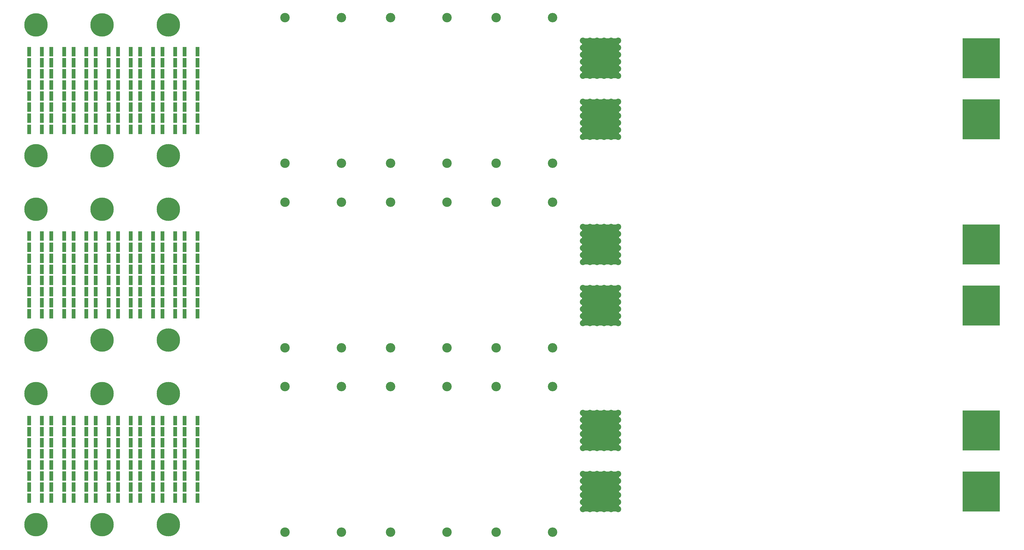
<source format=gbr>
G04 #@! TF.FileFunction,Soldermask,Top*
%FSLAX46Y46*%
G04 Gerber Fmt 4.6, Leading zero omitted, Abs format (unit mm)*
G04 Created by KiCad (PCBNEW 4.0.1-stable) date 11/01/2018 20:27:04*
%MOMM*%
G01*
G04 APERTURE LIST*
%ADD10C,0.100000*%
%ADD11C,8.400000*%
%ADD12C,3.400000*%
%ADD13R,13.400000X14.400000*%
%ADD14R,1.400000X3.400000*%
%ADD15C,2.200000*%
G04 APERTURE END LIST*
D10*
D11*
X100000000Y-126300000D03*
X76200000Y-126300000D03*
X123800000Y-126300000D03*
X76200000Y-173500000D03*
X100000000Y-173500000D03*
X123800000Y-173500000D03*
D12*
X165850000Y-57250000D03*
X165850000Y-109750000D03*
X186150000Y-109750000D03*
X186150000Y-57250000D03*
D13*
X279500000Y-139000000D03*
X279500000Y-161000000D03*
X416500000Y-139000000D03*
X416500000Y-161000000D03*
X279500000Y-71900000D03*
X279500000Y-93900000D03*
X416500000Y-71900000D03*
X416500000Y-93900000D03*
D11*
X100000000Y-192800000D03*
X76200000Y-192800000D03*
X123800000Y-192800000D03*
X76200000Y-240000000D03*
X100000000Y-240000000D03*
X123800000Y-240000000D03*
X100000000Y-192800000D03*
X76200000Y-192800000D03*
X123800000Y-192800000D03*
X76200000Y-240000000D03*
X100000000Y-240000000D03*
X123800000Y-240000000D03*
X100000000Y-59850000D03*
X76200000Y-59850000D03*
X123800000Y-59850000D03*
X76200000Y-107050000D03*
X100000000Y-107050000D03*
X123800000Y-107050000D03*
D14*
X73700000Y-89500000D03*
X78300000Y-89500000D03*
X118300000Y-89500000D03*
X113700000Y-89500000D03*
X73700000Y-69500000D03*
X78300000Y-69500000D03*
X86300000Y-69500000D03*
X81700000Y-69500000D03*
X89700000Y-69500000D03*
X94300000Y-69500000D03*
X102300000Y-69500000D03*
X97700000Y-69500000D03*
X105700000Y-69500000D03*
X110300000Y-69500000D03*
X118300000Y-69500000D03*
X113700000Y-69500000D03*
X121700000Y-69500000D03*
X126300000Y-69500000D03*
X134300000Y-69500000D03*
X129700000Y-69500000D03*
X86300000Y-73500000D03*
X81700000Y-73500000D03*
X89700000Y-73500000D03*
X94300000Y-73500000D03*
X102300000Y-73500000D03*
X97700000Y-73500000D03*
X105700000Y-73500000D03*
X110300000Y-73500000D03*
X118300000Y-73500000D03*
X113700000Y-73500000D03*
X121700000Y-73500000D03*
X126300000Y-73500000D03*
X134300000Y-73500000D03*
X129700000Y-73500000D03*
X73700000Y-77500000D03*
X78300000Y-77500000D03*
X86300000Y-77500000D03*
X81700000Y-77500000D03*
X89700000Y-77500000D03*
X94300000Y-77500000D03*
X102300000Y-77500000D03*
X97700000Y-77500000D03*
X105700000Y-77500000D03*
X110300000Y-77500000D03*
X118300000Y-77500000D03*
X113700000Y-77500000D03*
X121700000Y-77500000D03*
X126300000Y-77500000D03*
X134300000Y-77500000D03*
X129700000Y-77500000D03*
X73700000Y-81500000D03*
X78300000Y-81500000D03*
X86300000Y-81500000D03*
X81700000Y-81500000D03*
X89700000Y-81500000D03*
X94300000Y-81500000D03*
X102300000Y-81500000D03*
X97700000Y-81500000D03*
X105700000Y-81500000D03*
X110300000Y-81500000D03*
X118300000Y-81500000D03*
X113700000Y-81500000D03*
X121700000Y-81500000D03*
X126300000Y-81500000D03*
X134300000Y-81500000D03*
X129700000Y-81500000D03*
X73700000Y-85500000D03*
X78300000Y-85500000D03*
X86300000Y-85500000D03*
X81700000Y-85500000D03*
X89700000Y-85500000D03*
X94300000Y-85500000D03*
X102300000Y-85500000D03*
X97700000Y-85500000D03*
X105700000Y-85500000D03*
X110300000Y-85500000D03*
X118300000Y-85500000D03*
X113700000Y-85500000D03*
X121700000Y-85500000D03*
X126300000Y-85500000D03*
X86300000Y-89500000D03*
X81700000Y-89500000D03*
X105700000Y-89500000D03*
X110300000Y-89500000D03*
X134300000Y-89500000D03*
X129700000Y-89500000D03*
X73700000Y-93500000D03*
X78300000Y-93500000D03*
X86300000Y-93500000D03*
X81700000Y-93500000D03*
X89700000Y-93500000D03*
X94300000Y-93500000D03*
X102300000Y-93500000D03*
X97700000Y-93500000D03*
X105700000Y-93500000D03*
X110300000Y-93500000D03*
X118300000Y-93500000D03*
X113700000Y-93500000D03*
X121700000Y-93500000D03*
X126300000Y-93500000D03*
X134300000Y-93500000D03*
X129700000Y-93500000D03*
X73700000Y-97500000D03*
X78300000Y-97500000D03*
X86300000Y-97500000D03*
X81700000Y-97500000D03*
X89700000Y-97500000D03*
X94300000Y-97500000D03*
X102300000Y-97500000D03*
X97700000Y-97500000D03*
X105700000Y-97500000D03*
X110300000Y-97500000D03*
X118300000Y-97500000D03*
X113700000Y-97500000D03*
X121700000Y-97500000D03*
X126300000Y-97500000D03*
X134300000Y-97500000D03*
X129700000Y-97500000D03*
X73700000Y-136000000D03*
X78300000Y-136000000D03*
X86300000Y-136000000D03*
X81700000Y-136000000D03*
X89700000Y-136000000D03*
X94300000Y-136000000D03*
X102300000Y-136000000D03*
X97700000Y-136000000D03*
X73700000Y-73500000D03*
X78300000Y-73500000D03*
X134300000Y-85500000D03*
X129700000Y-85500000D03*
X89700000Y-89500000D03*
X94300000Y-89500000D03*
X102300000Y-89500000D03*
X97700000Y-89500000D03*
X121700000Y-89500000D03*
X126300000Y-89500000D03*
X105700000Y-136000000D03*
X110300000Y-136000000D03*
X118300000Y-136000000D03*
X113700000Y-136000000D03*
X121700000Y-136000000D03*
X126300000Y-136000000D03*
X134300000Y-136000000D03*
X129700000Y-136000000D03*
D13*
X279500000Y-206100000D03*
X279500000Y-228100000D03*
X416500000Y-206100000D03*
X416500000Y-228100000D03*
D14*
X73700000Y-140000000D03*
X78300000Y-140000000D03*
X86300000Y-140000000D03*
X81700000Y-140000000D03*
X89700000Y-140000000D03*
X94300000Y-140000000D03*
X102300000Y-140000000D03*
X97700000Y-140000000D03*
X105700000Y-140000000D03*
X110300000Y-140000000D03*
X118300000Y-140000000D03*
X113700000Y-140000000D03*
X121700000Y-140000000D03*
X126300000Y-140000000D03*
X134300000Y-140000000D03*
X129700000Y-140000000D03*
X73700000Y-144000000D03*
X78300000Y-144000000D03*
X86300000Y-144000000D03*
X81700000Y-144000000D03*
X89700000Y-144000000D03*
X94300000Y-144000000D03*
X102300000Y-144000000D03*
X97700000Y-144000000D03*
X105700000Y-144000000D03*
X110300000Y-144000000D03*
X118300000Y-144000000D03*
X113700000Y-144000000D03*
X121700000Y-144000000D03*
X126300000Y-144000000D03*
X134300000Y-144000000D03*
X129700000Y-144000000D03*
X73700000Y-148000000D03*
X78300000Y-148000000D03*
X86300000Y-148000000D03*
X81700000Y-148000000D03*
X89700000Y-148000000D03*
X94300000Y-148000000D03*
X102300000Y-148000000D03*
X97700000Y-148000000D03*
X105700000Y-148000000D03*
X110300000Y-148000000D03*
X118300000Y-148000000D03*
X113700000Y-148000000D03*
X121700000Y-148000000D03*
X126300000Y-148000000D03*
X134300000Y-148000000D03*
X129700000Y-148000000D03*
X73700000Y-152000000D03*
X78300000Y-152000000D03*
X86300000Y-152000000D03*
X81700000Y-152000000D03*
X89700000Y-152000000D03*
X94300000Y-152000000D03*
X102300000Y-152000000D03*
X97700000Y-152000000D03*
X105700000Y-152000000D03*
X110300000Y-152000000D03*
X118300000Y-152000000D03*
X113700000Y-152000000D03*
X121700000Y-152000000D03*
X126300000Y-152000000D03*
X134300000Y-152000000D03*
X129700000Y-152000000D03*
X73700000Y-156000000D03*
X78300000Y-156000000D03*
X86300000Y-156000000D03*
X81700000Y-156000000D03*
X89700000Y-156000000D03*
X94300000Y-156000000D03*
X102300000Y-156000000D03*
X97700000Y-156000000D03*
X105700000Y-156000000D03*
X110300000Y-156000000D03*
X118300000Y-156000000D03*
X113700000Y-156000000D03*
X121700000Y-156000000D03*
X126300000Y-156000000D03*
X134300000Y-156000000D03*
X129700000Y-156000000D03*
X73700000Y-160000000D03*
X78300000Y-160000000D03*
X86300000Y-160000000D03*
X81700000Y-160000000D03*
X89700000Y-160000000D03*
X94300000Y-160000000D03*
X102300000Y-160000000D03*
X97700000Y-160000000D03*
X105700000Y-160000000D03*
X110300000Y-160000000D03*
X118300000Y-160000000D03*
X113700000Y-160000000D03*
X121700000Y-160000000D03*
X126300000Y-160000000D03*
X134300000Y-160000000D03*
X129700000Y-160000000D03*
X73700000Y-164000000D03*
X78300000Y-164000000D03*
X86300000Y-164000000D03*
X81700000Y-164000000D03*
X89700000Y-164000000D03*
X94300000Y-164000000D03*
X102300000Y-164000000D03*
X97700000Y-164000000D03*
X105700000Y-164000000D03*
X110300000Y-164000000D03*
X118300000Y-164000000D03*
X113700000Y-164000000D03*
X121700000Y-164000000D03*
X126300000Y-164000000D03*
X134300000Y-164000000D03*
X129700000Y-164000000D03*
X73700000Y-202500000D03*
X78300000Y-202500000D03*
X86300000Y-202500000D03*
X81700000Y-202500000D03*
X89700000Y-202500000D03*
X94300000Y-202500000D03*
X102300000Y-202500000D03*
X97700000Y-202500000D03*
X105700000Y-202500000D03*
X110300000Y-202500000D03*
X118300000Y-202500000D03*
X113700000Y-202500000D03*
X121700000Y-202500000D03*
X126300000Y-202500000D03*
X134300000Y-202500000D03*
X129700000Y-202500000D03*
X73700000Y-206500000D03*
X78300000Y-206500000D03*
X86300000Y-206500000D03*
X81700000Y-206500000D03*
X89700000Y-206500000D03*
X94300000Y-206500000D03*
X102300000Y-206500000D03*
X97700000Y-206500000D03*
X105700000Y-206500000D03*
X110300000Y-206500000D03*
X118300000Y-206500000D03*
X113700000Y-206500000D03*
X121700000Y-206500000D03*
X126300000Y-206500000D03*
X134300000Y-206500000D03*
X129700000Y-206500000D03*
X73700000Y-210500000D03*
X78300000Y-210500000D03*
X86300000Y-210500000D03*
X81700000Y-210500000D03*
X89700000Y-210500000D03*
X94300000Y-210500000D03*
X102300000Y-210500000D03*
X97700000Y-210500000D03*
X105700000Y-210500000D03*
X110300000Y-210500000D03*
X118300000Y-210500000D03*
X113700000Y-210500000D03*
X121700000Y-210500000D03*
X126300000Y-210500000D03*
X134300000Y-210500000D03*
X129700000Y-210500000D03*
X73700000Y-214500000D03*
X78300000Y-214500000D03*
X86300000Y-214500000D03*
X81700000Y-214500000D03*
X89700000Y-214500000D03*
X94300000Y-214500000D03*
X102300000Y-214500000D03*
X97700000Y-214500000D03*
X105700000Y-214500000D03*
X110300000Y-214500000D03*
X118300000Y-214500000D03*
X113700000Y-214500000D03*
X121700000Y-214500000D03*
X126300000Y-214500000D03*
X134300000Y-214500000D03*
X129700000Y-214500000D03*
X73700000Y-218500000D03*
X78300000Y-218500000D03*
X86300000Y-218500000D03*
X81700000Y-218500000D03*
X89700000Y-218500000D03*
X94300000Y-218500000D03*
X102300000Y-218500000D03*
X97700000Y-218500000D03*
X105700000Y-218500000D03*
X110300000Y-218500000D03*
X118300000Y-218500000D03*
X113700000Y-218500000D03*
X121700000Y-218500000D03*
X126300000Y-218500000D03*
X134300000Y-218500000D03*
X129700000Y-218500000D03*
X73700000Y-222500000D03*
X78300000Y-222500000D03*
X86300000Y-222500000D03*
X81700000Y-222500000D03*
X89700000Y-222500000D03*
X94300000Y-222500000D03*
X102300000Y-222500000D03*
X97700000Y-222500000D03*
X105700000Y-222500000D03*
X110300000Y-222500000D03*
X118300000Y-222500000D03*
X113700000Y-222500000D03*
X121700000Y-222500000D03*
X126300000Y-222500000D03*
X134300000Y-222500000D03*
X129700000Y-222500000D03*
X73700000Y-226500000D03*
X78300000Y-226500000D03*
X86300000Y-226500000D03*
X81700000Y-226500000D03*
X89700000Y-226500000D03*
X94300000Y-226500000D03*
X102300000Y-226500000D03*
X97700000Y-226500000D03*
X105700000Y-226500000D03*
X110300000Y-226500000D03*
X118300000Y-226500000D03*
X113700000Y-226500000D03*
X121700000Y-226500000D03*
X126300000Y-226500000D03*
X134300000Y-226500000D03*
X129700000Y-226500000D03*
X73700000Y-230500000D03*
X78300000Y-230500000D03*
X86300000Y-230500000D03*
X81700000Y-230500000D03*
X89700000Y-230500000D03*
X94300000Y-230500000D03*
X102300000Y-230500000D03*
X97700000Y-230500000D03*
X105700000Y-230500000D03*
X110300000Y-230500000D03*
X118300000Y-230500000D03*
X113700000Y-230500000D03*
X121700000Y-230500000D03*
X126300000Y-230500000D03*
X134300000Y-230500000D03*
X129700000Y-230500000D03*
D15*
X273150000Y-199750000D03*
X278230000Y-199750000D03*
X280770000Y-199750000D03*
X283310000Y-199750000D03*
X285850000Y-199750000D03*
X283310000Y-202290000D03*
X275690000Y-199750000D03*
X285850000Y-202290000D03*
X273150000Y-204830000D03*
X273150000Y-207370000D03*
X273150000Y-212450000D03*
X273150000Y-202290000D03*
X275690000Y-202290000D03*
X275690000Y-212450000D03*
X278230000Y-212450000D03*
X280770000Y-212450000D03*
X283310000Y-209910000D03*
X285850000Y-209910000D03*
X273150000Y-209910000D03*
X275690000Y-209910000D03*
X285850000Y-207370000D03*
X285850000Y-204830000D03*
X283310000Y-212450000D03*
X285850000Y-212450000D03*
X273150000Y-221750000D03*
X278230000Y-221750000D03*
X280770000Y-221750000D03*
X283310000Y-221750000D03*
X285850000Y-221750000D03*
X283310000Y-224290000D03*
X275690000Y-221750000D03*
X285850000Y-224290000D03*
X273150000Y-226830000D03*
X273150000Y-229370000D03*
X273150000Y-234450000D03*
X273150000Y-224290000D03*
X275690000Y-224290000D03*
X275690000Y-234450000D03*
X278230000Y-234450000D03*
X280770000Y-234450000D03*
X283310000Y-231910000D03*
X285850000Y-231910000D03*
X273150000Y-231910000D03*
X275690000Y-231910000D03*
X285850000Y-229370000D03*
X285850000Y-226830000D03*
X283310000Y-234450000D03*
X285850000Y-234450000D03*
X273150000Y-132650000D03*
X278230000Y-132650000D03*
X280770000Y-132650000D03*
X283310000Y-132650000D03*
X285850000Y-132650000D03*
X283310000Y-135190000D03*
X275690000Y-132650000D03*
X285850000Y-135190000D03*
X273150000Y-137730000D03*
X273150000Y-140270000D03*
X273150000Y-145350000D03*
X273150000Y-135190000D03*
X275690000Y-135190000D03*
X275690000Y-145350000D03*
X278230000Y-145350000D03*
X280770000Y-145350000D03*
X283310000Y-142810000D03*
X285850000Y-142810000D03*
X273150000Y-142810000D03*
X275690000Y-142810000D03*
X285850000Y-140270000D03*
X285850000Y-137730000D03*
X283310000Y-145350000D03*
X285850000Y-145350000D03*
X273150000Y-87550000D03*
X278230000Y-87550000D03*
X280770000Y-87550000D03*
X283310000Y-87550000D03*
X285850000Y-87550000D03*
X283310000Y-90090000D03*
X275690000Y-87550000D03*
X285850000Y-90090000D03*
X273150000Y-92630000D03*
X273150000Y-95170000D03*
X273150000Y-100250000D03*
X273150000Y-90090000D03*
X275690000Y-90090000D03*
X275690000Y-100250000D03*
X278230000Y-100250000D03*
X280770000Y-100250000D03*
X283310000Y-97710000D03*
X285850000Y-97710000D03*
X273150000Y-97710000D03*
X275690000Y-97710000D03*
X285850000Y-95170000D03*
X285850000Y-92630000D03*
X283310000Y-100250000D03*
X285850000Y-100250000D03*
X273150000Y-65550000D03*
X278230000Y-65550000D03*
X280770000Y-65550000D03*
X283310000Y-65550000D03*
X285850000Y-65550000D03*
X283310000Y-68090000D03*
X275690000Y-65550000D03*
X285850000Y-68090000D03*
X273150000Y-70630000D03*
X273150000Y-73170000D03*
X273150000Y-78250000D03*
X273150000Y-68090000D03*
X275690000Y-68090000D03*
X275690000Y-78250000D03*
X278230000Y-78250000D03*
X280770000Y-78250000D03*
X283310000Y-75710000D03*
X285850000Y-75710000D03*
X273150000Y-75710000D03*
X275690000Y-75710000D03*
X285850000Y-73170000D03*
X285850000Y-70630000D03*
X283310000Y-78250000D03*
X285850000Y-78250000D03*
X273150000Y-154650000D03*
X278230000Y-154650000D03*
X280770000Y-154650000D03*
X283310000Y-154650000D03*
X285850000Y-154650000D03*
X283310000Y-157190000D03*
X275690000Y-154650000D03*
X285850000Y-157190000D03*
X273150000Y-159730000D03*
X273150000Y-162270000D03*
X273150000Y-167350000D03*
X273150000Y-157190000D03*
X275690000Y-157190000D03*
X275690000Y-167350000D03*
X278230000Y-167350000D03*
X280770000Y-167350000D03*
X283310000Y-164810000D03*
X285850000Y-164810000D03*
X273150000Y-164810000D03*
X275690000Y-164810000D03*
X285850000Y-162270000D03*
X285850000Y-159730000D03*
X283310000Y-167350000D03*
X285850000Y-167350000D03*
D12*
X224150000Y-109750000D03*
X224150000Y-57250000D03*
X203850000Y-57250000D03*
X203850000Y-109750000D03*
X241850000Y-190250000D03*
X241850000Y-242750000D03*
X262150000Y-242750000D03*
X262150000Y-190250000D03*
X241850000Y-123750000D03*
X241850000Y-176250000D03*
X262150000Y-176250000D03*
X262150000Y-123750000D03*
X241850000Y-57250000D03*
X241850000Y-109750000D03*
X262150000Y-109750000D03*
X262150000Y-57250000D03*
X224150000Y-242750000D03*
X224150000Y-190250000D03*
X203850000Y-190250000D03*
X203850000Y-242750000D03*
X165850000Y-190250000D03*
X165850000Y-242750000D03*
X186150000Y-242750000D03*
X186150000Y-190250000D03*
X165850000Y-123750000D03*
X165850000Y-176250000D03*
X186150000Y-176250000D03*
X186150000Y-123750000D03*
X224150000Y-176250000D03*
X224150000Y-123750000D03*
X203850000Y-123750000D03*
X203850000Y-176250000D03*
M02*

</source>
